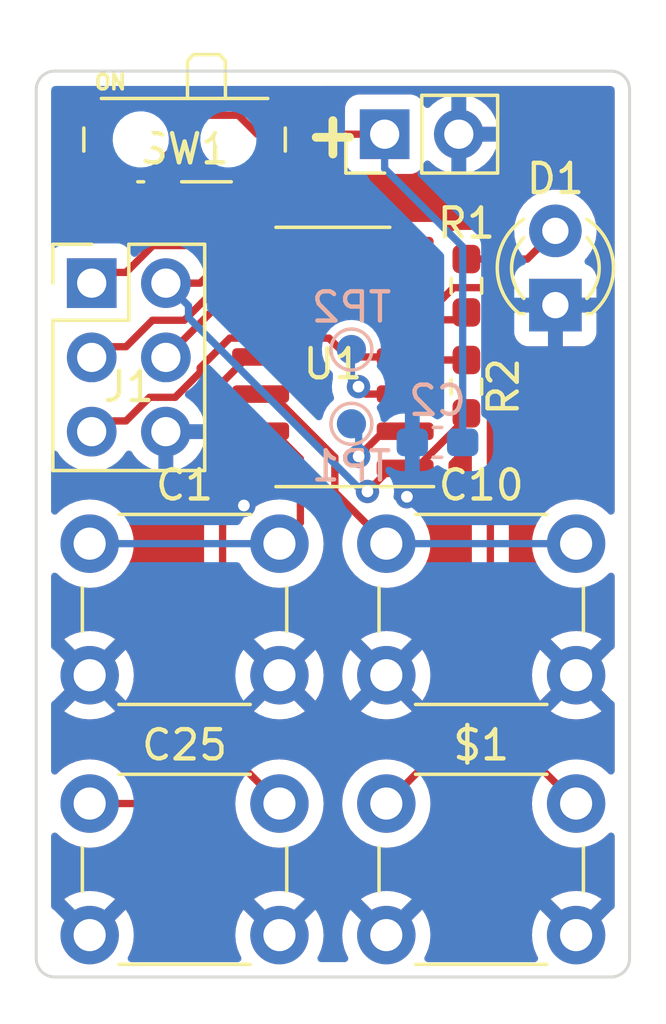
<source format=kicad_pcb>
(kicad_pcb (version 20211014) (generator pcbnew)
  (layers (0 "F.Cu" signal) (31 "B.Cu" signal) (34 "B.Paste" user) (35 "F.Paste" user) (36 "B.SilkS" user "B.Silkscreen") (37 "F.SilkS" user "F.Silkscreen") (38 "B.Mask" user) (39 "F.Mask" user) (44 "Edge.Cuts" user))
  (net 0 "")
  (net 1 "VCC")
  (net 2 "GNDPWR")
  (net 3 "~{RST}")
  (net 4 "Net-(TP1-Pad1)")
  (net 5 "Net-(TP2-Pad1)")
  (net 6 "LED")
  (net 7 "1$")
  (net 8 "25C")
  (net 9 "10C")
  (net 10 "1C")
  (net 12 "MOSI")
  (net 13 "MISO")
  (net 14 "SCK")
  (net 15 "Net-(D1-Pad2)")
  (net 16 "Net-(BT1-Pad1)")
  (footprint "LED_THT:LED_D3.0mm_Clear" (layer "F.Cu") (at 152.4 106.431 90)
    (fp_text reference "D1" (at 4.323 0 180) (layer "F.SilkS"))
    (fp_text value "LED")
    (fp_line (start -0.29 -1.236) (end -0.29 -1.08) (layer "F.SilkS") (width 0.12))
    (fp_line (start -0.29 1.08) (end -0.29 1.236) (layer "F.SilkS") (width 0.12))
    (fp_arc (start 2.31113 1.079837) (mid 1.270117 1.5) (end 0.229039 1.08) (layer "F.SilkS") (width 0.12))
    (fp_arc (start 0.229039 -1.08) (mid 1.270117 -1.5) (end 2.31113 -1.079837) (layer "F.SilkS") (width 0.12))
    (fp_arc (start -0.29 -1.235516) (mid 1.366487 -1.987659) (end 2.942335 -1.078608) (layer "F.SilkS") (width 0.12))
    (fp_arc (start 2.942335 1.078608) (mid 1.366487 1.987659) (end -0.29 1.235516) (layer "F.SilkS") (width 0.12))
    (pad "1" thru_hole rect (at 0 0 90) (size 1.8 1.8) (drill 0.9) (layers *.Cu *.Mask) (net 2 "GNDPWR"))
    (pad "2" thru_hole circle (at 2.54 0 90) (size 1.8 1.8) (drill 0.9) (layers *.Cu *.Mask) (net 15 "Net-(D1-Pad2)"))
  )
  (footprint "Button_Switch_THT:SW_PUSH_6mm_H5mm" (layer "F.Cu") (at 136.45 114.59)
    (fp_text reference "C1" (at 3.25 -2) (layer "F.SilkS"))
    (fp_text value "1C")
    (fp_line (start 5.5 -1) (end 1 -1) (layer "F.SilkS") (width 0.12))
    (fp_line (start -0.25 1.5) (end -0.25 3) (layer "F.SilkS") (width 0.12))
    (fp_line (start 6.75 3) (end 6.75 1.5) (layer "F.SilkS") (width 0.12))
    (fp_line (start 1 5.5) (end 5.5 5.5) (layer "F.SilkS") (width 0.12))
    (pad "1" thru_hole circle (at 6.5 0 90) (size 2 2) (drill 1.1) (layers *.Cu *.Mask) (net 10 "1C"))
    (pad "1" thru_hole circle (at 0 0 90) (size 2 2) (drill 1.1) (layers *.Cu *.Mask) (net 10 "1C"))
    (pad "2" thru_hole circle (at 0 4.5 90) (size 2 2) (drill 1.1) (layers *.Cu *.Mask) (net 2 "GNDPWR"))
    (pad "2" thru_hole circle (at 6.5 4.5 90) (size 2 2) (drill 1.1) (layers *.Cu *.Mask) (net 2 "GNDPWR"))
  )
  (footprint "Button_Switch_SMD:SW_SPDT_PCM12" (layer "F.Cu") (at 139.7 101.092 180)
    (fp_text reference "SW1" (at 0 0) (layer "F.SilkS"))
    (fp_text value "SW_SPDT")
    (fp_line (start -1.4 3.02) (end -1.2 3.23) (layer "F.SilkS") (width 0.12))
    (fp_line (start -3.45 -0.07) (end -3.45 0.72) (layer "F.SilkS") (width 0.12))
    (fp_line (start -1.6 -1.12) (end 0.1 -1.12) (layer "F.SilkS") (width 0.12))
    (fp_line (start -0.1 3.02) (end -0.3 3.23) (layer "F.SilkS") (width 0.12))
    (fp_line (start -1.2 3.23) (end -0.3 3.23) (layer "F.SilkS") (width 0.12))
    (fp_line (start -0.1 3.02) (end -0.1 1.73) (layer "F.SilkS") (width 0.12))
    (fp_line (start -1.4 1.73) (end -1.4 3.02) (layer "F.SilkS") (width 0.12))
    (fp_line (start 1.4 -1.12) (end 1.6 -1.12) (layer "F.SilkS") (width 0.12))
    (fp_line (start 3.45 0.72) (end 3.45 -0.07) (layer "F.SilkS") (width 0.12))
    (fp_line (start -2.85 1.73) (end 2.85 1.73) (layer "F.SilkS") (width 0.12))
    (pad "" smd rect (at -3.65 1.43 180) (size 1 0.8) (layers "F.Cu" "F.Paste" "F.Mask"))
    (pad "" np_thru_hole circle (at 1.5 0.33 180) (size 0.9 0.9) (drill 0.9) (layers *.Cu *.Mask))
    (pad "" np_thru_hole circle (at -1.5 0.33 180) (size 0.9 0.9) (drill 0.9) (layers *.Cu *.Mask))
    (pad "" smd rect (at 3.65 -0.78 180) (size 1 0.8) (layers "F.Cu" "F.Paste" "F.Mask"))
    (pad "" smd rect (at 3.65 1.43 180) (size 1 0.8) (layers "F.Cu" "F.Paste" "F.Mask"))
    (pad "" smd rect (at -3.65 -0.78 180) (size 1 0.8) (layers "F.Cu" "F.Paste" "F.Mask"))
    (pad "1" smd rect (at -2.25 -1.43 180) (size 0.7 1.5) (layers "F.Cu" "F.Paste" "F.Mask"))
    (pad "2" smd rect (at 0.75 -1.43 180) (size 0.7 1.5) (layers "F.Cu" "F.Paste" "F.Mask") (net 16 "Net-(BT1-Pad1)"))
    (pad "3" smd rect (at 2.25 -1.43 180) (size 0.7 1.5) (layers "F.Cu" "F.Paste" "F.Mask") (net 1 "VCC"))
  )
  (footprint "Connector_PinHeader_2.54mm:PinHeader_2x03_P2.54mm_Vertical" (layer "F.Cu") (at 136.52 105.679)
    (fp_text reference "J1" (at 1.27 3.541) (layer "F.SilkS"))
    (fp_text value "AVR-ISP-6")
    (fp_line (start 1.27 -1.33) (end 3.87 -1.33) (layer "F.SilkS") (width 0.12))
    (fp_line (start -1.33 -1.33) (end 0 -1.33) (layer "F.SilkS") (width 0.12))
    (fp_line (start 3.87 -1.33) (end 3.87 6.41) (layer "F.SilkS") (width 0.12))
    (fp_line (start -1.33 1.27) (end 1.27 1.27) (layer "F.SilkS") (width 0.12))
    (fp_line (start -1.33 1.27) (end -1.33 6.41) (layer "F.SilkS") (width 0.12))
    (fp_line (start 1.27 1.27) (end 1.27 -1.33) (layer "F.SilkS") (width 0.12))
    (fp_line (start -1.33 0) (end -1.33 -1.33) (layer "F.SilkS") (width 0.12))
    (fp_line (start -1.33 6.41) (end 3.87 6.41) (layer "F.SilkS") (width 0.12))
    (pad "1" thru_hole rect (at 0 0) (size 1.7 1.7) (drill 1) (layers *.Cu *.Mask) (net 13 "MISO"))
    (pad "2" thru_hole oval (at 2.54 0) (size 1.7 1.7) (drill 1) (layers *.Cu *.Mask) (net 1 "VCC"))
    (pad "3" thru_hole oval (at 0 2.54) (size 1.7 1.7) (drill 1) (layers *.Cu *.Mask) (net 14 "SCK"))
    (pad "4" thru_hole oval (at 2.54 2.54) (size 1.7 1.7) (drill 1) (layers *.Cu *.Mask) (net 12 "MOSI"))
    (pad "5" thru_hole oval (at 0 5.08) (size 1.7 1.7) (drill 1) (layers *.Cu *.Mask) (net 3 "~{RST}"))
    (pad "6" thru_hole oval (at 2.54 5.08) (size 1.7 1.7) (drill 1) (layers *.Cu *.Mask) (net 2 "GNDPWR"))
  )
  (footprint "Resistor_SMD:R_0603_1608Metric_Pad0.98x0.95mm_HandSolder" (layer "F.Cu") (at 149.352 105.7675 90)
    (fp_text reference "R1" (at 2.1355 0 180) (layer "F.SilkS"))
    (fp_text value "1k")
    (fp_line (start -0.254724 0.5225) (end 0.254724 0.5225) (layer "F.SilkS") (width 0.12))
    (fp_line (start -0.254724 -0.5225) (end 0.254724 -0.5225) (layer "F.SilkS") (width 0.12))
    (pad "1" smd roundrect (at -0.9125 0 90) (size 0.975 0.95) (layers "F.Cu" "F.Paste" "F.Mask") (net 6 "LED"))
    (pad "2" smd roundrect (at 0.9125 0 90) (size 0.975 0.95) (layers "F.Cu" "F.Paste" "F.Mask") (net 15 "Net-(D1-Pad2)"))
  )
  (footprint "Button_Switch_THT:SW_PUSH_6mm_H5mm" (layer "F.Cu") (at 146.61 114.59)
    (fp_text reference "C10" (at 3.25 -2) (layer "F.SilkS"))
    (fp_text value "10C")
    (fp_line (start 1 5.5) (end 5.5 5.5) (layer "F.SilkS") (width 0.12))
    (fp_line (start 6.75 3) (end 6.75 1.5) (layer "F.SilkS") (width 0.12))
    (fp_line (start 5.5 -1) (end 1 -1) (layer "F.SilkS") (width 0.12))
    (fp_line (start -0.25 1.5) (end -0.25 3) (layer "F.SilkS") (width 0.12))
    (pad "1" thru_hole circle (at 6.5 0 90) (size 2 2) (drill 1.1) (layers *.Cu *.Mask) (net 9 "10C"))
    (pad "1" thru_hole circle (at 0 0 90) (size 2 2) (drill 1.1) (layers *.Cu *.Mask) (net 9 "10C"))
    (pad "2" thru_hole circle (at 6.5 4.5 90) (size 2 2) (drill 1.1) (layers *.Cu *.Mask) (net 2 "GNDPWR"))
    (pad "2" thru_hole circle (at 0 4.5 90) (size 2 2) (drill 1.1) (layers *.Cu *.Mask) (net 2 "GNDPWR"))
  )
  (footprint "Button_Switch_THT:SW_PUSH_6mm_H5mm" (layer "F.Cu") (at 146.61 123.48)
    (fp_text reference "$1" (at 3.25 -2) (layer "F.SilkS"))
    (fp_text value "1$")
    (fp_line (start 1 5.5) (end 5.5 5.5) (layer "F.SilkS") (width 0.12))
    (fp_line (start 6.75 3) (end 6.75 1.5) (layer "F.SilkS") (width 0.12))
    (fp_line (start 5.5 -1) (end 1 -1) (layer "F.SilkS") (width 0.12))
    (fp_line (start -0.25 1.5) (end -0.25 3) (layer "F.SilkS") (width 0.12))
    (pad "1" thru_hole circle (at 6.5 0 90) (size 2 2) (drill 1.1) (layers *.Cu *.Mask) (net 7 "1$"))
    (pad "1" thru_hole circle (at 0 0 90) (size 2 2) (drill 1.1) (layers *.Cu *.Mask) (net 7 "1$"))
    (pad "2" thru_hole circle (at 0 4.5 90) (size 2 2) (drill 1.1) (layers *.Cu *.Mask) (net 2 "GNDPWR"))
    (pad "2" thru_hole circle (at 6.5 4.5 90) (size 2 2) (drill 1.1) (layers *.Cu *.Mask) (net 2 "GNDPWR"))
  )
  (footprint "Package_SO:SOIC-14_3.9x8.7mm_P1.27mm" (layer "F.Cu") (at 144.78 108.204 180)
    (fp_text reference "U1" (at 0 -0.24) (layer "F.SilkS"))
    (fp_text value "ATtiny84A-SS")
    (fp_line (start 0 4.435) (end 1.95 4.435) (layer "F.SilkS") (width 0.12))
    (fp_line (start 0 -4.435) (end 1.95 -4.435) (layer "F.SilkS") (width 0.12))
    (fp_line (start 0 4.435) (end -1.95 4.435) (layer "F.SilkS") (width 0.12))
    (fp_line (start 0 -4.435) (end -3.45 -4.435) (layer "F.SilkS") (width 0.12))
    (pad "1" smd roundrect (at -2.475 -3.81 180) (size 1.95 0.6) (layers "F.Cu" "F.Paste" "F.Mask") (net 1 "VCC"))
    (pad "2" smd roundrect (at -2.475 -2.54 180) (size 1.95 0.6) (layers "F.Cu" "F.Paste" "F.Mask") (net 4 "Net-(TP1-Pad1)"))
    (pad "3" smd roundrect (at -2.475 -1.27 180) (size 1.95 0.6) (layers "F.Cu" "F.Paste" "F.Mask") (net 5 "Net-(TP2-Pad1)"))
    (pad "4" smd roundrect (at -2.475 0 180) (size 1.95 0.6) (layers "F.Cu" "F.Paste" "F.Mask") (net 3 "~{RST}"))
    (pad "5" smd roundrect (at -2.475 1.27 180) (size 1.95 0.6) (layers "F.Cu" "F.Paste" "F.Mask") (net 6 "LED"))
    (pad "6" smd roundrect (at -2.475 2.54 180) (size 1.95 0.6) (layers "F.Cu" "F.Paste" "F.Mask"))
    (pad "7" smd roundrect (at -2.475 3.81 180) (size 1.95 0.6) (layers "F.Cu" "F.Paste" "F.Mask") (net 12 "MOSI"))
    (pad "8" smd roundrect (at 2.475 3.81 180) (size 1.95 0.6) (layers "F.Cu" "F.Paste" "F.Mask") (net 13 "MISO"))
    (pad "9" smd roundrect (at 2.475 2.54 180) (size 1.95 0.6) (layers "F.Cu" "F.Paste" "F.Mask") (net 14 "SCK"))
    (pad "10" smd roundrect (at 2.475 1.27 180) (size 1.95 0.6) (layers "F.Cu" "F.Paste" "F.Mask") (net 7 "1$"))
    (pad "11" smd roundrect (at 2.475 0 180) (size 1.95 0.6) (layers "F.Cu" "F.Paste" "F.Mask") (net 8 "25C"))
    (pad "12" smd roundrect (at 2.475 -1.27 180) (size 1.95 0.6) (layers "F.Cu" "F.Paste" "F.Mask") (net 9 "10C"))
    (pad "13" smd roundrect (at 2.475 -2.54 180) (size 1.95 0.6) (layers "F.Cu" "F.Paste" "F.Mask") (net 10 "1C"))
    (pad "14" smd roundrect (at 2.475 -3.81 180) (size 1.95 0.6) (layers "F.Cu" "F.Paste" "F.Mask") (net 2 "GNDPWR"))
  )
  (footprint "Resistor_SMD:R_0603_1608Metric_Pad0.98x0.95mm_HandSolder" (layer "F.Cu") (at 149.352 109.22 90)
    (fp_text reference "R2" (at 0 1.27 90) (layer "F.SilkS"))
    (fp_text value "1k")
    (fp_line (start -0.254724 0.5225) (end 0.254724 0.5225) (layer "F.SilkS") (width 0.12))
    (fp_line (start -0.254724 -0.5225) (end 0.254724 -0.5225) (layer "F.SilkS") (width 0.12))
    (pad "1" smd roundrect (at -0.9125 0 90) (size 0.975 0.95) (layers "F.Cu" "F.Paste" "F.Mask") (net 1 "VCC"))
    (pad "2" smd roundrect (at 0.9125 0 90) (size 0.975 0.95) (layers "F.Cu" "F.Paste" "F.Mask") (net 3 "~{RST}"))
  )
  (footprint "Connector_PinHeader_2.54mm:PinHeader_1x02_P2.54mm_Vertical" (layer "F.Cu") (at 146.553 100.584 90)
    (fp_text reference "BT1" hide)
    (fp_text value "2AA" hide)
    (fp_line (start -1.33 -1.33) (end 0 -1.33) (layer "F.SilkS") (width 0.12))
    (fp_line (start 1.33 1.27) (end 1.33 3.87) (layer "F.SilkS") (width 0.12))
    (fp_line (start -1.33 3.87) (end 1.33 3.87) (layer "F.SilkS") (width 0.12))
    (fp_line (start -1.33 1.27) (end -1.33 3.87) (layer "F.SilkS") (width 0.12))
    (fp_line (start -1.33 0) (end -1.33 -1.33) (layer "F.SilkS") (width 0.12))
    (fp_line (start -1.33 1.27) (end 1.33 1.27) (layer "F.SilkS") (width 0.12))
    (pad "1" thru_hole rect (at 0 0 90) (size 1.7 1.7) (drill 1) (layers *.Cu *.Mask) (net 16 "Net-(BT1-Pad1)"))
    (pad "2" thru_hole oval (at 0 2.54 90) (size 1.7 1.7) (drill 1) (layers *.Cu *.Mask) (net 2 "GNDPWR"))
  )
  (footprint "Button_Switch_THT:SW_PUSH_6mm_H5mm" (layer "F.Cu") (at 136.45 123.48)
    (fp_text reference "C25" (at 3.25 -2) (layer "F.SilkS"))
    (fp_text value "25C")
    (fp_line (start 6.75 3) (end 6.75 1.5) (layer "F.SilkS") (width 0.12))
    (fp_line (start 1 5.5) (end 5.5 5.5) (layer "F.SilkS") (width 0.12))
    (fp_line (start -0.25 1.5) (end -0.25 3) (layer "F.SilkS") (width 0.12))
    (fp_line (start 5.5 -1) (end 1 -1) (layer "F.SilkS") (width 0.12))
    (pad "1" thru_hole circle (at 0 0 90) (size 2 2) (drill 1.1) (layers *.Cu *.Mask) (net 8 "25C"))
    (pad "1" thru_hole circle (at 6.5 0 90) (size 2 2) (drill 1.1) (layers *.Cu *.Mask) (net 8 "25C"))
    (pad "2" thru_hole circle (at 6.5 4.5 90) (size 2 2) (drill 1.1) (layers *.Cu *.Mask) (net 2 "GNDPWR"))
    (pad "2" thru_hole circle (at 0 4.5 90) (size 2 2) (drill 1.1) (layers *.Cu *.Mask) (net 2 "GNDPWR"))
  )
  (footprint "Capacitor_SMD:C_0603_1608Metric_Pad1.08x0.95mm_HandSolder" (layer "B.Cu") (at 148.3625 111.125 180)
    (fp_text reference "C2" (at 0 1.43) (layer "B.SilkS") (effects (justify mirror)))
    (fp_text value "0.1uf")
    (fp_line (start -0.146267 -0.51) (end 0.146267 -0.51) (layer "B.SilkS") (width 0.12))
    (fp_line (start -0.146267 0.51) (end 0.146267 0.51) (layer "B.SilkS") (width 0.12))
    (pad "1" smd roundrect (at -0.8625 0 180) (size 1.075 0.95) (layers "B.Cu" "B.Paste" "B.Mask") (net 16 "Net-(BT1-Pad1)"))
    (pad "2" smd roundrect (at 0.8625 0 180) (size 1.075 0.95) (layers "B.Cu" "B.Paste" "B.Mask") (net 2 "GNDPWR"))
  )
  (footprint "TestPoint:TestPoint_Pad_D1.0mm" (layer "B.Cu") (at 145.415 110.49)
    (fp_text reference "TP1" (at 0 1.448) (layer "B.SilkS") (effects (justify mirror)))
    (fp_text value "XTAL1")
    (fp_circle (center 0 0) (end 0 -0.7) (layer "B.SilkS") (width 0.12) (fill none))
    (pad "1" smd circle (at 0 0) (size 1 1) (layers "B.Cu" "B.Mask") (net 4 "Net-(TP1-Pad1)"))
  )
  (footprint "TestPoint:TestPoint_Pad_D1.0mm" (layer "B.Cu") (at 145.415 107.95 180)
    (fp_text reference "TP2" (at 0 1.448) (layer "B.SilkS") (effects (justify mirror)))
    (fp_text value "XTAL2")
    (fp_circle (center 0 0) (end 0 -0.7) (layer "B.SilkS") (width 0.12) (fill none))
    (pad "1" smd circle (at 0 0 180) (size 1 1) (layers "B.Cu" "B.Mask") (net 5 "Net-(TP2-Pad1)"))
  )
  (gr_arc (start 154.305 98.425) (mid 154.754013 98.610987) (end 154.94 99.06) (layer "Edge.Cuts") (width 0.1))
  (gr_line (start 154.94 99.06) (end 154.94 128.27) (layer "Edge.Cuts") (width 0.1))
  (gr_arc (start 134.62 99.06) (mid 134.805987 98.610987) (end 135.255 98.425) (layer "Edge.Cuts") (width 0.1))
  (gr_arc (start 135.255 129.413) (mid 134.805987 129.227013) (end 134.62 128.778) (layer "Edge.Cuts") (width 0.1))
  (gr_line (start 134.62 128.27) (end 134.62 99.06) (layer "Edge.Cuts") (width 0.1))
  (gr_line (start 154.94 128.778) (end 154.94 128.27) (layer "Edge.Cuts") (width 0.1))
  (gr_line (start 135.255 129.413) (end 154.305 129.413) (layer "Edge.Cuts") (width 0.1))
  (gr_arc (start 154.94 128.778) (mid 154.754013 129.227013) (end 154.305 129.413) (layer "Edge.Cuts") (width 0.1))
  (gr_line (start 134.62 128.27) (end 134.62 128.778) (layer "Edge.Cuts") (width 0.1))
  (gr_line (start 135.255 98.425) (end 154.305 98.425) (layer "Edge.Cuts") (width 0.1))
  (gr_text "+" (at 144.78 100.584) (layer "F.SilkS") (effects (font (size 1.5 1.5) (thickness 0.3))))
  (gr_text "ON" (at 137.16 98.806) (layer "F.SilkS") (effects (font (size 0.5 0.5) (thickness 0.125))))
  (segment (start 139.06 105.679) (end 140.2351 105.679) (width 0.25) (layer "F.Cu") (net 1))
  (segment (start 145.9636 112.8056) (end 146.7552 112.014) (width 0.25) (layer "F.Cu") (net 1))
  (segment (start 143.366 105.029) (end 143.6628 104.7322) (width 0.25) (layer "F.Cu") (net 1))
  (segment (start 140.8851 105.029) (end 143.366 105.029) (width 0.25) (layer "F.Cu") (net 1))
  (segment (start 149.352 110.2952) (end 147.6332 112.014) (width 0.25) (layer "F.Cu") (net 1))
  (segment (start 140.2351 105.679) (end 140.8851 105.029) (width 0.25) (layer "F.Cu") (net 1))
  (segment (start 143.6628 104.0739) (end 143.186 103.5971) (width 0.25) (layer "F.Cu") (net 1))
  (segment (start 143.186 103.5971) (end 138.2751 103.5971) (width 0.25) (layer "F.Cu") (net 1))
  (segment (start 143.6628 104.7322) (end 143.6628 104.0739) (width 0.25) (layer "F.Cu") (net 1))
  (segment (start 138.2751 103.5971) (end 137.45 102.772) (width 0.25) (layer "F.Cu") (net 1))
  (via (at 145.9636 112.8056) (size 0.8) (drill 0.4) (layers "F.Cu" "B.Cu") (net 1))
  (segment (start 145.7863 112.8056) (end 145.9636 112.8056) (width 0.25) (layer "B.Cu") (net 1))
  (segment (start 139.8348 106.8541) (end 145.7863 112.8056) (width 0.25) (layer "B.Cu") (net 1))
  (segment (start 139.8348 106.8541) (end 139.8348 106.4538) (width 0.25) (layer "B.Cu") (net 1))
  (segment (start 139.8348 106.4538) (end 139.06 105.679) (width 0.25) (layer "B.Cu") (net 1))
  (via (at 141.732 113.284) (size 0.8) (drill 0.4) (layers "F.Cu" "B.Cu") (net 2))
  (via (at 147.3153 112.9858) (size 0.8) (drill 0.4) (layers "F.Cu" "B.Cu") (net 2))
  (segment (start 147.5 112.8011) (end 147.5 111.125) (width 0.25) (layer "B.Cu") (net 2))
  (segment (start 147.3153 112.9858) (end 147.5 112.8011) (width 0.25) (layer "B.Cu") (net 2))
  (segment (start 140.2352 108.7282) (end 140.2352 108.5724) (width 0.25) (layer "F.Cu") (net 3))
  (segment (start 149.352 108.3075) (end 147.3585 108.3075) (width 0.25) (layer "F.Cu") (net 3))
  (segment (start 137.6951 110.3917) (end 138.5029 109.5839) (width 0.25) (layer "F.Cu") (net 3))
  (segment (start 136.8873 110.3917) (end 137.6951 110.3917) (width 0.25) (layer "F.Cu") (net 3))
  (segment (start 140.2352 108.5724) (end 141.2478 107.5598) (width 0.25) (layer "F.Cu") (net 3))
  (segment (start 139.3795 109.5839) (end 140.2352 108.7282) (width 0.25) (layer "F.Cu") (net 3))
  (segment (start 147.255 108.204) (end 145.288 108.204) (width 0.25) (layer "F.Cu") (net 3))
  (segment (start 138.5029 109.5839) (end 139.3795 109.5839) (width 0.25) (layer "F.Cu") (net 3))
  (segment (start 141.2478 107.5598) (end 144.6438 107.5598) (width 0.25) (layer "F.Cu") (net 3))
  (segment (start 144.6438 107.5598) (end 145.288 108.204) (width 0.25) (layer "F.Cu") (net 3))
  (segment (start 145.6629 111.604) (end 146.5229 110.744) (width 0.25) (layer "F.Cu") (net 4))
  (via (at 145.6629 111.604) (size 0.8) (drill 0.4) (layers "F.Cu" "B.Cu") (net 4))
  (segment (start 145.6629 110.7379) (end 145.6629 111.604) (width 0.25) (layer "B.Cu") (net 4))
  (segment (start 145.9115 109.474) (end 145.6575 109.22) (width 0.25) (layer "F.Cu") (net 5))
  (segment (start 147.255 109.474) (end 145.9115 109.474) (width 0.25) (layer "F.Cu") (net 5))
  (via (at 145.6575 109.22) (size 0.8) (drill 0.4) (layers "F.Cu" "B.Cu") (net 5))
  (segment (start 145.415 108.9775) (end 145.6575 109.22) (width 0.25) (layer "B.Cu") (net 5))
  (segment (start 145.415 107.95) (end 145.415 108.9775) (width 0.25) (layer "B.Cu") (net 5))
  (segment (start 147.255 106.934) (end 149.098 106.934) (width 0.25) (layer "F.Cu") (net 6))
  (segment (start 149.0036 121.0864) (end 146.61 123.48) (width 0.25) (layer "F.Cu") (net 7))
  (segment (start 148.9135 105.8339) (end 149.8474 105.8339) (width 0.25) (layer "F.Cu") (net 7))
  (segment (start 144.2438 106.934) (end 144.8788 106.299) (width 0.25) (layer "F.Cu") (net 7))
  (segment (start 149.8474 105.8339) (end 150.1733 106.1598) (width 0.25) (layer "F.Cu") (net 7))
  (segment (start 142.305 106.934) (end 144.2438 106.934) (width 0.25) (layer "F.Cu") (net 7))
  (segment (start 150.7164 121.0864) (end 150.1733 121.0864) (width 0.25) (layer "F.Cu") (net 7))
  (segment (start 148.4484 106.299) (end 148.9135 105.8339) (width 0.25) (layer "F.Cu") (net 7))
  (segment (start 144.8788 106.299) (end 148.4484 106.299) (width 0.25) (layer "F.Cu") (net 7))
  (segment (start 153.11 123.48) (end 150.7164 121.0864) (width 0.25) (layer "F.Cu") (net 7))
  (segment (start 150.1733 121.0864) (end 149.0036 121.0864) (width 0.25) (layer "F.Cu") (net 7))
  (segment (start 150.1733 106.1598) (end 150.1733 121.0864) (width 0.25) (layer "F.Cu") (net 7))
  (segment (start 141.0028 121.5328) (end 141.0028 109.0647) (width 0.25) (layer "F.Cu") (net 8))
  (segment (start 136.45 123.48) (end 139.0556 123.48) (width 0.25) (layer "F.Cu") (net 8))
  (segment (start 141.0028 109.0647) (end 141.8635 108.204) (width 0.25) (layer "F.Cu") (net 8))
  (segment (start 139.0556 123.48) (end 141.0028 121.5328) (width 0.25) (layer "F.Cu") (net 8))
  (segment (start 142.95 123.48) (end 141.0028 121.5328) (width 0.25) (layer "F.Cu") (net 8))
  (segment (start 144.8474 111.6383) (end 144.8474 112.8274) (width 0.25) (layer "F.Cu") (net 9))
  (segment (start 142.6831 109.474) (end 144.8474 111.6383) (width 0.25) (layer "F.Cu") (net 9))
  (segment (start 144.8474 112.8274) (end 146.61 114.59) (width 0.25) (layer "F.Cu") (net 9))
  (segment (start 153.11 114.59) (end 146.61 114.59) (width 0.25) (layer "B.Cu") (net 9))
  (segment (start 143.6666 111.6894) (end 143.6666 113.8734) (width 0.25) (layer "F.Cu") (net 10))
  (segment (start 143.6666 113.8734) (end 142.95 114.59) (width 0.25) (layer "F.Cu") (net 10))
  (segment (start 142.7212 110.744) (end 143.6666 111.6894) (width 0.25) (layer "F.Cu") (net 10))
  (segment (start 142.95 114.59) (end 136.45 114.59) (width 0.25) (layer "B.Cu") (net 10))
  (segment (start 140.9708 106.3082) (end 143.32 106.3082) (width 0.25) (layer "F.Cu") (net 12))
  (segment (start 143.32 106.3082) (end 145.2342 104.394) (width 0.25) (layer "F.Cu") (net 12))
  (segment (start 145.2342 104.394) (end 147.255 104.394) (width 0.25) (layer "F.Cu") (net 12))
  (segment (start 139.06 108.219) (end 140.9708 106.3082) (width 0.25) (layer "F.Cu") (net 12))
  (segment (start 138.6129 104.394) (end 137.6951 105.3118) (width 0.25) (layer "F.Cu") (net 13))
  (segment (start 137.6951 105.3118) (end 136.8872 105.3118) (width 0.25) (layer "F.Cu") (net 13))
  (segment (start 142.305 104.394) (end 138.6129 104.394) (width 0.25) (layer "F.Cu") (net 13))
  (segment (start 140.9751 105.664) (end 139.6901 106.949) (width 0.25) (layer "F.Cu") (net 14))
  (segment (start 139.6901 106.949) (end 138.5998 106.949) (width 0.25) (layer "F.Cu") (net 14))
  (segment (start 142.305 105.664) (end 140.9751 105.664) (width 0.25) (layer "F.Cu") (net 14))
  (segment (start 138.5998 106.949) (end 137.6951 107.8537) (width 0.25) (layer "F.Cu") (net 14))
  (segment (start 137.6951 107.8537) (end 136.8853 107.8537) (width 0.25) (layer "F.Cu") (net 14))
  (segment (start 149.352 104.855) (end 151.436 104.855) (width 0.25) (layer "F.Cu") (net 15))
  (segment (start 151.436 104.855) (end 152.4 103.891) (width 0.25) (layer "F.Cu") (net 15))
  (segment (start 138.95 101.4469) (end 138.95 102.522) (width 0.25) (layer "F.Cu") (net 16))
  (segment (start 140.459901 99.936999) (end 138.95 101.4469) (width 0.25) (layer "F.Cu") (net 16))
  (segment (start 142.188728 100.584) (end 141.541727 99.936999) (width 0.25) (layer "F.Cu") (net 16))
  (segment (start 146.553 100.584) (end 142.188728 100.584) (width 0.25) (layer "F.Cu") (net 16))
  (segment (start 141.541727 99.936999) (end 140.459901 99.936999) (width 0.25) (layer "F.Cu") (net 16))
  (segment (start 146.553 100.584) (end 146.553 101.7591) (width 0.25) (layer "B.Cu") (net 16))
  (segment (start 149.225 111.125) (end 149.225 104.4311) (width 0.25) (layer "B.Cu") (net 16))
  (segment (start 149.225 104.4311) (end 146.553 101.7591) (width 0.25) (layer "B.Cu") (net 16))
  (zone (net 2) (net_name "GNDPWR") (layers F&B.Cu) (connect_pads (clearance 0.508)) (min_thickness 0.254) (fill yes (thermal_gap 0.508) (thermal_bridge_width 0.508))
    (polygon (pts (xy 155.956 130.556) (xy 133.604 130.556) (xy 133.604 97.536) (xy 155.956 97.536)))
  )
)
</source>
